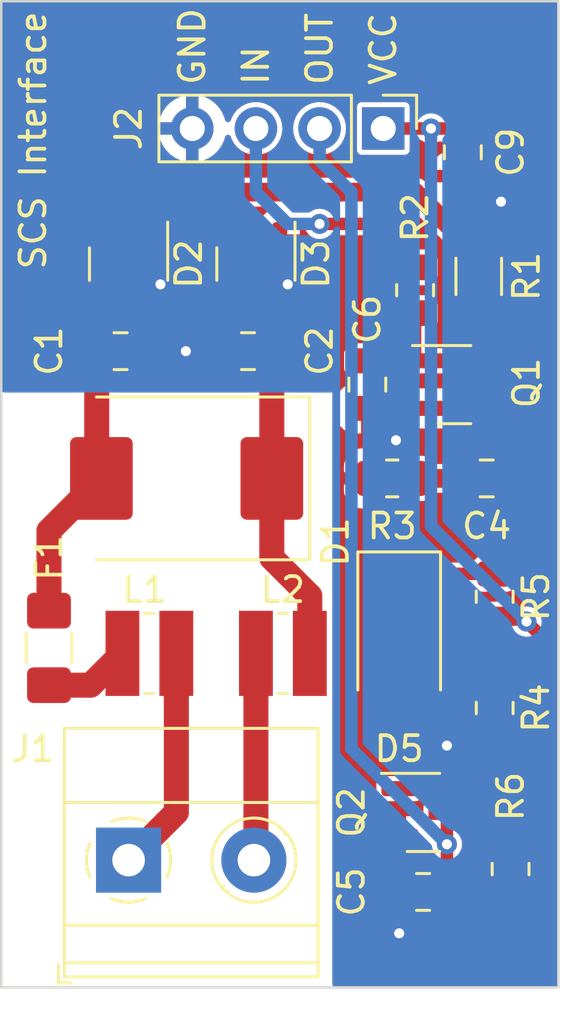
<source format=kicad_pcb>
(kicad_pcb (version 20221018) (generator pcbnew)
  (layers (0 "F.Cu" signal) (31 "B.Cu" signal) (34 "B.Paste" user) (35 "F.Paste" user) (36 "B.SilkS" user "B.Silkscreen") (37 "F.SilkS" user "F.Silkscreen") (38 "B.Mask" user) (39 "F.Mask" user) (44 "Edge.Cuts" user))
  (net 0 "")
  (net 1 "Net-(D1-A2)")
  (net 2 "GND")
  (net 3 "Net-(D1-A1)")
  (net 4 "SCS_BUS_CC")
  (net 5 "Net-(D5-K)")
  (net 6 "SCS_OUT")
  (net 7 "Net-(Q1-B)")
  (net 8 "+3V3")
  (net 9 "Net-(F1-Pad1)")
  (net 10 "Net-(J1-Pin_1)")
  (net 11 "Net-(J1-Pin_2)")
  (net 12 "SCS_IN")
  (net 13 "Net-(Q1-C)")
  (net 14 "Net-(Q2-B)")
  (footprint "Resistor_SMD:R_0805_2012Metric" (layer "F.Cu") (at 159.1075 53.34 180)
    (fp_text reference "R3" (at 0 -1.905) (layer "F.SilkS"))
    (fp_text value "56k")
    (fp_line (start -0.227064 -0.735) (end 0.227064 -0.735) (stroke (width 0.12)) (layer "F.SilkS"))
    (fp_line (start -0.227064 0.735) (end 0.227064 0.735) (stroke (width 0.12)) (layer "F.SilkS"))
    (pad "1" smd roundrect (at -0.9125 0 180) (size 1.025 1.4) (layers "F.Cu" "F.Paste" "F.Mask") (roundrect_rratio 0.243902) (net 4 "SCS_BUS_CC"))
    (pad "2" smd roundrect (at 0.9125 0 180) (size 1.025 1.4) (layers "F.Cu" "F.Paste" "F.Mask") (roundrect_rratio 0.243902) (net 2 "GND"))
  )
  (footprint "Capacitor_SMD:C_0805_2012Metric" (layer "F.Cu") (at 153.355 48.26)
    (fp_text reference "C2" (at 2.855 0 90) (layer "F.SilkS"))
    (fp_text value "30p")
    (fp_line (start -0.261252 -0.735) (end 0.261252 -0.735) (stroke (width 0.12)) (layer "F.SilkS"))
    (fp_line (start -0.261252 0.735) (end 0.261252 0.735) (stroke (width 0.12)) (layer "F.SilkS"))
    (pad "1" smd roundrect (at -0.95 0) (size 1 1.45) (layers "F.Cu" "F.Paste" "F.Mask") (net 2 "GND"))
    (pad "2" smd roundrect (at 0.95 0) (size 1 1.45) (layers "F.Cu" "F.Paste" "F.Mask") (net 3 "Net-(D1-A1)"))
  )
  (footprint "Inductor_SMD:L_Wuerth_MAPI-3020" (layer "F.Cu") (at 154.745 60.325)
    (fp_text reference "L2" (at 0 -2.54) (layer "F.SilkS"))
    (fp_text value "4.3µ")
    (fp_line (start -0.2 -1.6) (end 0.2 -1.6) (stroke (width 0.12)) (layer "F.SilkS"))
    (fp_line (start -0.2 1.6) (end 0.2 1.6) (stroke (width 0.12)) (layer "F.SilkS"))
    (pad "1" smd rect (at -1.075 0) (size 1.35 3.4) (layers "F.Cu" "F.Paste" "F.Mask") (net 11 "Net-(J1-Pin_2)"))
    (pad "2" smd rect (at 1.075 0) (size 1.35 3.4) (layers "F.Cu" "F.Paste" "F.Mask") (net 3 "Net-(D1-A1)"))
  )
  (footprint "Package_TO_SOT_SMD:SOT-23" (layer "F.Cu") (at 160.3525 66.675)
    (fp_text reference "Q2" (at -2.8725 0 90) (layer "F.SilkS"))
    (fp_text value "MMBTA06")
    (fp_line (start 0 -1.56) (end -1.675 -1.56) (stroke (width 0.12)) (layer "F.SilkS"))
    (fp_line (start 0 -1.56) (end 0.65 -1.56) (stroke (width 0.12)) (layer "F.SilkS"))
    (fp_line (start 0 1.56) (end -0.65 1.56) (stroke (width 0.12)) (layer "F.SilkS"))
    (fp_line (start 0 1.56) (end 0.65 1.56) (stroke (width 0.12)) (layer "F.SilkS"))
    (pad "1" smd roundrect (at -0.9375 -0.95) (size 1.475 0.6) (layers "F.Cu" "F.Paste" "F.Mask") (net 14 "Net-(Q2-B)"))
    (pad "2" smd roundrect (at -0.9375 0.95) (size 1.475 0.6) (layers "F.Cu" "F.Paste" "F.Mask") (net 2 "GND"))
    (pad "3" smd roundrect (at 0.9375 0) (size 1.475 0.6) (layers "F.Cu" "F.Paste" "F.Mask") (net 6 "SCS_OUT"))
  )
  (footprint "Package_TO_SOT_SMD:SOT-23" (layer "F.Cu") (at 161.5925 49.595)
    (fp_text reference "Q1" (at 2.8725 -0.065 90) (layer "F.SilkS"))
    (fp_text value "MMBTA06")
    (fp_line (start 0 -1.56) (end -1.675 -1.56) (stroke (width 0.12)) (layer "F.SilkS"))
    (fp_line (start 0 -1.56) (end 0.65 -1.56) (stroke (width 0.12)) (layer "F.SilkS"))
    (fp_line (start 0 1.56) (end -0.65 1.56) (stroke (width 0.12)) (layer "F.SilkS"))
    (fp_line (start 0 1.56) (end 0.65 1.56) (stroke (width 0.12)) (layer "F.SilkS"))
    (pad "1" smd roundrect (at -0.9375 -0.95) (size 1.475 0.6) (layers "F.Cu" "F.Paste" "F.Mask") (net 7 "Net-(Q1-B)"))
    (pad "2" smd roundrect (at -0.9375 0.95) (size 1.475 0.6) (layers "F.Cu" "F.Paste" "F.Mask") (net 2 "GND"))
    (pad "3" smd roundrect (at 0.9375 0) (size 1.475 0.6) (layers "F.Cu" "F.Paste" "F.Mask") (net 13 "Net-(Q1-C)"))
  )
  (footprint "Resistor_SMD:R_0805_2012Metric" (layer "F.Cu") (at 163.83 68.9375 90)
    (fp_text reference "R6" (at 2.8975 0 90) (layer "F.SilkS"))
    (fp_text value "10k")
    (fp_line (start -0.227064 -0.735) (end 0.227064 -0.735) (stroke (width 0.12)) (layer "F.SilkS"))
    (fp_line (start -0.227064 0.735) (end 0.227064 0.735) (stroke (width 0.12)) (layer "F.SilkS"))
    (pad "1" smd roundrect (at -0.9125 0 90) (size 1.025 1.4) (layers "F.Cu" "F.Paste" "F.Mask") (roundrect_rratio 0.243902) (net 6 "SCS_OUT"))
    (pad "2" smd roundrect (at 0.9125 0 90) (size 1.025 1.4) (layers "F.Cu" "F.Paste" "F.Mask") (roundrect_rratio 0.243902) (net 8 "+3V3"))
  )
  (footprint "TerminalBlock_Phoenix:TerminalBlock_Phoenix_MKDS-1,5-2_1x02_P5.00mm_Horizontal" (layer "F.Cu") (at 148.59 68.58)
    (fp_text reference "J1" (at -3.81 -4.445) (layer "F.SilkS"))
    (fp_text value "SCS")
    (fp_line (start -2.8 4.16) (end -2.8 4.9) (stroke (width 0.12)) (layer "F.SilkS"))
    (fp_line (start -2.8 4.9) (end -2.3 4.9) (stroke (width 0.12)) (layer "F.SilkS"))
    (fp_line (start -2.56 -5.261) (end -2.56 4.66) (stroke (width 0.12)) (layer "F.SilkS"))
    (fp_line (start -2.56 -5.261) (end 7.56 -5.261) (stroke (width 0.12)) (layer "F.SilkS"))
    (fp_line (start -2.56 -2.301) (end 7.56 -2.301) (stroke (width 0.12)) (layer "F.SilkS"))
    (fp_line (start -2.56 2.6) (end 7.56 2.6) (stroke (width 0.12)) (layer "F.SilkS"))
    (fp_line (start -2.56 4.1) (end 7.56 4.1) (stroke (width 0.12)) (layer "F.SilkS"))
    (fp_line (start -2.56 4.66) (end 7.56 4.66) (stroke (width 0.12)) (layer "F.SilkS"))
    (fp_line (start 3.773 1.023) (end 3.726 1.069) (stroke (width 0.12)) (layer "F.SilkS"))
    (fp_line (start 3.966 1.239) (end 3.931 1.274) (stroke (width 0.12)) (layer "F.SilkS"))
    (fp_line (start 6.07 -1.275) (end 6.035 -1.239) (stroke (width 0.12)) (layer "F.SilkS"))
    (fp_line (start 6.275 -1.069) (end 6.228 -1.023) (stroke (width 0.12)) (layer "F.SilkS"))
    (fp_line (start 7.56 -5.261) (end 7.56 4.66) (stroke (width 0.12)) (layer "F.SilkS"))
    (fp_arc (start -1.535427 0.683042) (mid -1.680501 -0.000524) (end -1.535 -0.684) (stroke (width 0.12)) (layer "F.SilkS"))
    (fp_arc (start -0.683042 -1.535427) (mid 0.000524 -1.680501) (end 0.684 -1.535) (stroke (width 0.12)) (layer "F.SilkS"))
    (fp_arc (start 0.028805 1.680253) (mid -0.335551 1.646659) (end -0.684 1.535) (stroke (width 0.12)) (layer "F.SilkS"))
    (fp_arc (start 0.683318 1.534756) (mid 0.349292 1.643288) (end 0 1.68) (stroke (width 0.12)) (layer "F.SilkS"))
    (fp_arc (start 1.535427 -0.683042) (mid 1.680501 0.000524) (end 1.535 0.684) (stroke (width 0.12)) (layer "F.SilkS"))
    (fp_circle (center 5 0) (end 6.68 0) (stroke (width 0.12)) (fill none) (layer "F.SilkS"))
    (pad "1" thru_hole rect (at 0 0) (size 2.6 2.6) (drill 1.3) (layers "*.Cu" "*.Mask") (net 10 "Net-(J1-Pin_1)"))
    (pad "2" thru_hole circle (at 5 0) (size 2.6 2.6) (drill 1.3) (layers "*.Cu" "*.Mask") (net 11 "Net-(J1-Pin_2)"))
  )
  (footprint "Capacitor_SMD:C_0805_2012Metric" (layer "F.Cu") (at 162.875 53.34)
    (fp_text reference "C4" (at 0 1.905) (layer "F.SilkS"))
    (fp_text value "100n")
    (fp_line (start -0.261252 -0.735) (end 0.261252 -0.735) (stroke (width 0.12)) (layer "F.SilkS"))
    (fp_line (start -0.261252 0.735) (end 0.261252 0.735) (stroke (width 0.12)) (layer "F.SilkS"))
    (pad "1" smd roundrect (at -0.95 0) (size 1 1.45) (layers "F.Cu" "F.Paste" "F.Mask") (net 4 "SCS_BUS_CC"))
    (pad "2" smd roundrect (at 0.95 0) (size 1 1.45) (layers "F.Cu" "F.Paste" "F.Mask") (net 5 "Net-(D5-K)"))
  )
  (footprint "Capacitor_SMD:C_0805_2012Metric" (layer "F.Cu") (at 148.27 48.26)
    (fp_text reference "C1" (at -2.855 0 90) (layer "F.SilkS"))
    (fp_text value "30p")
    (fp_line (start -0.261252 -0.735) (end 0.261252 -0.735) (stroke (width 0.12)) (layer "F.SilkS"))
    (fp_line (start -0.261252 0.735) (end 0.261252 0.735) (stroke (width 0.12)) (layer "F.SilkS"))
    (pad "1" smd roundrect (at -0.95 0) (size 1 1.45) (layers "F.Cu" "F.Paste" "F.Mask") (net 1 "Net-(D1-A2)"))
    (pad "2" smd roundrect (at 0.95 0) (size 1 1.45) (layers "F.Cu" "F.Paste" "F.Mask") (net 2 "GND"))
  )
  (footprint "Capacitor_SMD:C_0805_2012Metric" (layer "F.Cu") (at 161.925 40.32 90)
    (fp_text reference "C9" (at 0 1.905 90) (layer "F.SilkS"))
    (fp_text value "22µ")
    (fp_line (start -0.261252 -0.735) (end 0.261252 -0.735) (stroke (width 0.12)) (layer "F.SilkS"))
    (fp_line (start -0.261252 0.735) (end 0.261252 0.735) (stroke (width 0.12)) (layer "F.SilkS"))
    (pad "1" smd roundrect (at -0.95 0 90) (size 1 1.45) (layers "F.Cu" "F.Paste" "F.Mask") (net 2 "GND"))
    (pad "2" smd roundrect (at 0.95 0 90) (size 1 1.45) (layers "F.Cu" "F.Paste" "F.Mask") (net 8 "+3V3"))
  )
  (footprint "Connector_PinHeader_2.54mm:PinHeader_1x04_P2.54mm_Vertical" (layer "F.Cu") (at 158.75 39.37 -90)
    (fp_text reference "J2" (at 0 10.16 90) (layer "F.SilkS"))
    (fp_text value "Conn_01x04")
    (fp_line (start -1.33 -1.33) (end 0 -1.33) (stroke (width 0.12)) (layer "F.SilkS"))
    (fp_line (start -1.33 0) (end -1.33 -1.33) (stroke (width 0.12)) (layer "F.SilkS"))
    (fp_line (start -1.33 1.27) (end -1.33 8.95) (stroke (width 0.12)) (layer "F.SilkS"))
    (fp_line (start -1.33 1.27) (end 1.33 1.27) (stroke (width 0.12)) (layer "F.SilkS"))
    (fp_line (start -1.33 8.95) (end 1.33 8.95) (stroke (width 0.12)) (layer "F.SilkS"))
    (fp_line (start 1.33 1.27) (end 1.33 8.95) (stroke (width 0.12)) (layer "F.SilkS"))
    (pad "1" thru_hole rect (at 0 0 270) (size 1.7 1.7) (drill 1) (layers "*.Cu" "*.Mask") (net 8 "+3V3"))
    (pad "2" thru_hole oval (at 0 2.54 270) (size 1.7 1.7) (drill 1) (layers "*.Cu" "*.Mask") (net 6 "SCS_OUT"))
    (pad "3" thru_hole oval (at 0 5.08 270) (size 1.7 1.7) (drill 1) (layers "*.Cu" "*.Mask") (net 12 "SCS_IN"))
    (pad "4" thru_hole oval (at 0 7.62 270) (size 1.7 1.7) (drill 1) (layers "*.Cu" "*.Mask") (net 2 "GND"))
  )
  (footprint "Resistor_SMD:R_1206_3216Metric" (layer "F.Cu") (at 162.56 45.2775 -90)
    (fp_text reference "R1" (at 0 -1.905 90) (layer "F.SilkS"))
    (fp_text value "100 1/4W")
    (fp_line (start -0.727064 -0.91) (end 0.727064 -0.91) (stroke (width 0.12)) (layer "F.SilkS"))
    (fp_line (start -0.727064 0.91) (end 0.727064 0.91) (stroke (width 0.12)) (layer "F.SilkS"))
    (pad "1" smd roundrect (at -1.4625 0 270) (size 1.125 1.75) (layers "F.Cu" "F.Paste" "F.Mask") (roundrect_rratio 0.222222) (net 4 "SCS_BUS_CC"))
    (pad "2" smd roundrect (at 1.4625 0 270) (size 1.125 1.75) (layers "F.Cu" "F.Paste" "F.Mask") (roundrect_rratio 0.222222) (net 13 "Net-(Q1-C)"))
  )
  (footprint "Resistor_SMD:R_0805_2012Metric" (layer "F.Cu") (at 160.02 45.8275 -90)
    (fp_text reference "R2" (at -2.8975 0 90) (layer "F.SilkS"))
    (fp_text value "1k")
    (fp_line (start -0.227064 -0.735) (end 0.227064 -0.735) (stroke (width 0.12)) (layer "F.SilkS"))
    (fp_line (start -0.227064 0.735) (end 0.227064 0.735) (stroke (width 0.12)) (layer "F.SilkS"))
    (pad "1" smd roundrect (at -0.9125 0 270) (size 1.025 1.4) (layers "F.Cu" "F.Paste" "F.Mask") (roundrect_rratio 0.243902) (net 12 "SCS_IN"))
    (pad "2" smd roundrect (at 0.9125 0 270) (size 1.025 1.4) (layers "F.Cu" "F.Paste" "F.Mask") (roundrect_rratio 0.243902) (net 7 "Net-(Q1-B)"))
  )
  (footprint "Diode_SMD:D_SMA" (layer "F.Cu") (at 159.385 59.785 -90)
    (fp_text reference "D5" (at 4.35 0 -180) (layer "F.SilkS"))
    (fp_text value "M2")
    (fp_line (start -3.51 -1.65) (end -3.51 1.65) (stroke (width 0.12)) (layer "F.SilkS"))
    (fp_line (start -3.51 -1.65) (end 2 -1.65) (stroke (width 0.12)) (layer "F.SilkS"))
    (fp_line (start -3.51 1.65) (end 2 1.65) (stroke (width 0.12)) (layer "F.SilkS"))
    (pad "1" smd roundrect (at -2 0 270) (size 2.5 1.8) (layers "F.Cu" "F.Paste" "F.Mask") (roundrect_rratio 0.1388888889) (net 5 "Net-(D5-K)"))
    (pad "2" smd roundrect (at 2 0 270) (size 2.5 1.8) (layers "F.Cu" "F.Paste" "F.Mask") (roundrect_rratio 0.1388888889) (net 2 "GND"))
  )
  (footprint "Resistor_SMD:R_0805_2012Metric" (layer "F.Cu") (at 163.195 58.0625 -90)
    (fp_text reference "R5" (at 0 -1.65 90) (layer "F.SilkS"))
    (fp_text value "10k")
    (fp_line (start -0.227064 -0.735) (end 0.227064 -0.735) (stroke (width 0.12)) (layer "F.SilkS"))
    (fp_line (start -0.227064 0.735) (end 0.227064 0.735) (stroke (width 0.12)) (layer "F.SilkS"))
    (pad "1" smd roundrect (at -0.9125 0 270) (size 1.025 1.4) (layers "F.Cu" "F.Paste" "F.Mask") (roundrect_rratio 0.243902) (net 5 "Net-(D5-K)"))
    (pad "2" smd roundrect (at 0.9125 0 270) (size 1.025 1.4) (layers "F.Cu" "F.Paste" "F.Mask") (roundrect_rratio 0.243902) (net 8 "+3V3"))
  )
  (footprint "Package_TO_SOT_SMD:SOT-23" (layer "F.Cu") (at 153.67 44.7825 -90)
    (fp_text reference "D3" (at 0 -2.4 90) (layer "F.SilkS"))
    (fp_text value "BAS31")
    (fp_line (start 0 -1.56) (end -1.675 -1.56) (stroke (width 0.12)) (layer "F.SilkS"))
    (fp_line (start 0 -1.56) (end 0.65 -1.56) (stroke (width 0.12)) (layer "F.SilkS"))
    (fp_line (start 0 1.56) (end -0.65 1.56) (stroke (width 0.12)) (layer "F.SilkS"))
    (fp_line (start 0 1.56) (end 0.65 1.56) (stroke (width 0.12)) (layer "F.SilkS"))
    (pad "1" smd roundrect (at -0.9375 -0.95 270) (size 1.475 0.6) (layers "F.Cu" "F.Paste" "F.Mask") (net 2 "GND"))
    (pad "2" smd roundrect (at -0.9375 0.95 270) (size 1.475 0.6) (layers "F.Cu" "F.Paste" "F.Mask") (net 4 "SCS_BUS_CC"))
    (pad "3" smd roundrect (at 0.9375 0 270) (size 1.475 0.6) (layers "F.Cu" "F.Paste" "F.Mask") (net 3 "Net-(D1-A1)"))
  )
  (footprint "Inductor_SMD:L_Wuerth_MAPI-3020" (layer "F.Cu") (at 149.42 60.325 180)
    (fp_text reference "L1" (at 0.195 2.54) (layer "F.SilkS"))
    (fp_text value "4.3µ")
    (fp_line (start -0.2 -1.6) (end 0.2 -1.6) (stroke (width 0.12)) (layer "F.SilkS"))
    (fp_line (start -0.2 1.6) (end 0.2 1.6) (stroke (width 0.12)) (layer "F.SilkS"))
    (pad "1" smd rect (at -1.075 0 180) (size 1.35 3.4) (layers "F.Cu" "F.Paste" "F.Mask") (net 10 "Net-(J1-Pin_1)"))
    (pad "2" smd rect (at 1.075 0 180) (size 1.35 3.4) (layers "F.Cu" "F.Paste" "F.Mask") (net 9 "Net-(F1-Pad1)"))
  )
  (footprint "Capacitor_SMD:C_0805_2012Metric" (layer "F.Cu") (at 158.115 49.595 90)
    (fp_text reference "C6" (at 2.605 0 90) (layer "F.SilkS"))
    (fp_text value "1n")
    (fp_line (start -0.261252 -0.735) (end 0.261252 -0.735) (stroke (width 0.12)) (layer "F.SilkS"))
    (fp_line (start -0.261252 0.735) (end 0.261252 0.735) (stroke (width 0.12)) (layer "F.SilkS"))
    (pad "1" smd roundrect (at -0.95 0 90) (size 1 1.45) (layers "F.Cu" "F.Paste" "F.Mask") (net 2 "GND"))
    (pad "2" smd roundrect (at 0.95 0 90) (size 1 1.45) (layers "F.Cu" "F.Paste" "F.Mask") (net 7 "Net-(Q1-B)"))
  )
  (footprint "Diode_SMD:D_SMC" (layer "F.Cu") (at 150.905 53.34 180)
    (fp_text reference "D1" (at -5.94 -2.54 90) (layer "F.SilkS"))
    (fp_text value "TPSMC33A")
    (fp_line (start -4.91 -3.25) (end 3.6 -3.25) (stroke (width 0.12)) (layer "F.SilkS"))
    (fp_line (start -4.91 3.25) (end -4.91 -3.25) (stroke (width 0.12)) (layer "F.SilkS"))
    (fp_line (start -4.91 3.25) (end 3.6 3.25) (stroke (width 0.12)) (layer "F.SilkS"))
    (pad "1" smd roundrect (at -3.4 0 270) (size 3.3 2.5) (layers "F.Cu" "F.Paste" "F.Mask") (roundrect_rratio 0.1) (net 3 "Net-(D1-A1)"))
    (pad "2" smd roundrect (at 3.4 0 270) (size 3.3 2.5) (layers "F.Cu" "F.Paste" "F.Mask") (roundrect_rratio 0.1) (net 1 "Net-(D1-A2)"))
  )
  (footprint "Package_TO_SOT_SMD:SOT-23" (layer "F.Cu") (at 148.59 44.7825 -90)
    (fp_text reference "D2" (at 0 -2.4 90) (layer "F.SilkS"))
    (fp_text value "BAS31")
    (fp_line (start 0 -1.56) (end -1.675 -1.56) (stroke (width 0.12)) (layer "F.SilkS"))
    (fp_line (start 0 -1.56) (end 0.65 -1.56) (stroke (width 0.12)) (layer "F.SilkS"))
    (fp_line (start 0 1.56) (end -0.65 1.56) (stroke (width 0.12)) (layer "F.SilkS"))
    (fp_line (start 0 1.56) (end 0.65 1.56) (stroke (width 0.12)) (layer "F.SilkS"))
    (pad "1" smd roundrect (at -0.9375 -0.95 270) (size 1.475 0.6) (layers "F.Cu" "F.Paste" "F.Mask") (net 2 "GND"))
    (pad "2" smd roundrect (at -0.9375 0.95 270) (size 1.475 0.6) (layers "F.Cu" "F.Paste" "F.Mask") (net 4 "SCS_BUS_CC"))
    (pad "3" smd roundrect (at 0.9375 0 270) (size 1.475 0.6) (layers "F.Cu" "F.Paste" "F.Mask") (net 1 "Net-(D1-A2)"))
  )
  (footprint "Fuse:Fuse_1206_3216Metric_Pad1.42x1.75mm_HandSolder" (layer "F.Cu") (at 145.415 60.1075 90)
    (fp_text reference "F1" (at 3.5925 0 90) (layer "F.SilkS"))
    (fp_text value "1A")
    (fp_line (start -0.602064 -0.91) (end 0.602064 -0.91) (stroke (width 0.12)) (layer "F.SilkS"))
    (fp_line (start -0.602064 0.91) (end 0.602064 0.91) (stroke (width 0.12)) (layer "F.SilkS"))
    (pad "1" smd roundrect (at -1.4875 0 90) (size 1.425 1.75) (layers "F.Cu" "F.Paste" "F.Mask") (roundrect_rratio 0.175439) (net 9 "Net-(F1-Pad1)"))
    (pad "2" smd roundrect (at 1.4875 0 90) (size 1.425 1.75) (layers "F.Cu" "F.Paste" "F.Mask") (roundrect_rratio 0.175439) (net 1 "Net-(D1-A2)"))
  )
  (footprint "Resistor_SMD:R_0805_2012Metric" (layer "F.Cu") (at 163.195 62.5075 -90)
    (fp_text reference "R4" (at 0 -1.65 90) (layer "F.SilkS"))
    (fp_text value "100k")
    (fp_line (start -0.227064 -0.735) (end 0.227064 -0.735) (stroke (width 0.12)) (layer "F.SilkS"))
    (fp_line (start -0.227064 0.735) (end 0.227064 0.735) (stroke (width 0.12)) (layer "F.SilkS"))
    (pad "1" smd roundrect (at -0.9125 0 270) (size 1.025 1.4) (layers "F.Cu" "F.Paste" "F.Mask") (roundrect_rratio 0.243902) (net 5 "Net-(D5-K)"))
    (pad "2" smd roundrect (at 0.9125 0 270) (size 1.025 1.4) (layers "F.Cu" "F.Paste" "F.Mask") (roundrect_rratio 0.243902) (net 14 "Net-(Q2-B)"))
  )
  (footprint "Capacitor_SMD:C_0805_2012Metric" (layer "F.Cu") (at 160.34 69.85)
    (fp_text reference "C5" (at -2.86 0 90) (layer "F.SilkS"))
    (fp_text value "1n")
    (fp_line (start -0.261252 -0.735) (end 0.261252 -0.735) (stroke (width 0.12)) (layer "F.SilkS"))
    (fp_line (start -0.261252 0.735) (end 0.261252 0.735) (stroke (width 0.12)) (layer "F.SilkS"))
    (pad "1" smd roundrect (at -0.95 0) (size 1 1.45) (layers "F.Cu" "F.Paste" "F.Mask") (net 2 "GND"))
    (pad "2" smd roundrect (at 0.95 0) (size 1 1.45) (layers "F.Cu" "F.Paste" "F.Mask") (net 6 "SCS_OUT"))
  )
  (gr_rect (start 143.51 34.29) (end 165.735 73.66) (stroke (width 0.1)) (fill none) (layer "Edge.Cuts"))
  (gr_text "IN" (at 153.67 37.719 90) (layer "F.SilkS") (effects (font (size 1 1)) (justify left)))
  (gr_text "GND" (at 151.13 37.719 90) (layer "F.SilkS") (effects (font (size 1 1)) (justify left)))
  (gr_text "VCC" (at 158.75 37.719 90) (layer "F.SilkS") (effects (font (size 1 1)) (justify left)))
  (gr_text "OUT" (at 156.21 37.719 90) (layer "F.SilkS") (effects (font (size 1 1)) (justify left)))
  (gr_text "SCS Interface" (at 144.78 45.085 90) (layer "F.SilkS") (effects (font (size 1 1)) (justify left)))
  (segment (start 147.32 47.625) (end 147.32 48.26) (width 0.75) (layer "F.Cu") (net 1))
  (segment (start 148.59 46.355) (end 147.32 47.625) (width 0.75) (layer "F.Cu") (net 1))
  (segment (start 147.32 48.26) (end 147.32 53.155) (width 1) (layer "F.Cu") (net 1))
  (segment (start 145.415 58.62) (end 145.415 55.43) (width 1) (layer "F.Cu") (net 1))
  (segment (start 145.415 55.43) (end 147.505 53.34) (width 1) (layer "F.Cu") (net 1))
  (segment (start 148.59 45.72) (end 148.59 46.355) (width 0.75) (layer "F.Cu") (net 1))
  (segment (start 147.32 53.155) (end 147.505 53.34) (width 1) (layer "F.Cu") (net 1))
  (via (at 154.94 45.593) (size 0.8) (drill 0.4) (layers "F.Cu" "B.Cu") (net 2))
  (via (at 150.876 48.26) (size 0.8) (drill 0.4) (layers "F.Cu" "B.Cu") (net 2))
  (via (at 159.258 51.816) (size 0.8) (drill 0.4) (layers "F.Cu" "B.Cu") (net 2))
  (via (at 161.29 64.008) (size 0.8) (drill 0.4) (layers "F.Cu" "B.Cu") (net 2))
  (via (at 149.86 45.593) (size 0.8) (drill 0.4) (layers "F.Cu" "B.Cu") (net 2))
  (via (at 159.385 71.501) (size 0.8) (drill 0.4) (layers "F.Cu" "B.Cu") (net 2))
  (via (at 163.449 42.291) (size 0.8) (drill 0.4) (layers "F.Cu" "B.Cu") (net 2))
  (segment (start 153.67 46.355) (end 154.305 46.99) (width 0.75) (layer "F.Cu") (net 3))
  (segment (start 155.82 58.03) (end 154.305 56.515) (width 1) (layer "F.Cu") (net 3))
  (segment (start 154.305 56.515) (end 154.305 53.34) (width 1) (layer "F.Cu") (net 3))
  (segment (start 154.305 53.34) (end 154.305 48.26) (width 1) (layer "F.Cu") (net 3))
  (segment (start 155.82 60.325) (end 155.82 58.03) (width 1) (layer "F.Cu") (net 3))
  (segment (start 154.305 46.99) (end 154.305 48.26) (width 0.75) (layer "F.Cu") (net 3))
  (segment (start 153.67 45.72) (end 153.67 46.355) (width 0.75) (layer "F.Cu") (net 3))
  (segment (start 164.465 50.165) (end 161.925 52.705) (width 0.75) (layer "F.Cu") (net 4))
  (segment (start 161.925 43.815) (end 162.56 43.815) (width 0.75) (layer "F.Cu") (net 4))
  (segment (start 152.72 42.225) (end 153.035 41.91) (width 0.75) (layer "F.Cu") (net 4))
  (segment (start 162.56 43.815) (end 163.83 43.815) (width 0.75) (layer "F.Cu") (net 4))
  (segment (start 164.465 44.45) (end 164.465 50.165) (width 0.75) (layer "F.Cu") (net 4))
  (segment (start 160.02 41.91) (end 161.925 43.815) (width 0.75) (layer "F.Cu") (net 4))
  (segment (start 152.72 43.845) (end 152.72 42.225) (width 0.75) (layer "F.Cu") (net 4))
  (segment (start 148.59 41.91) (end 153.035 41.91) (width 0.75) (layer "F.Cu") (net 4))
  (segment (start 147.64 42.86) (end 148.59 41.91) (width 0.75) (layer "F.Cu") (net 4))
  (segment (start 163.83 43.815) (end 164.465 44.45) (width 0.75) (layer "F.Cu") (net 4))
  (segment (start 161.925 52.705) (end 161.925 53.34) (width 0.75) (layer "F.Cu") (net 4))
  (segment (start 161.925 53.34) (end 160.02 53.34) (width 0.75) (layer "F.Cu") (net 4))
  (segment (start 153.035 41.91) (end 160.02 41.91) (width 0.75) (layer "F.Cu") (net 4))
  (segment (start 147.64 43.845) (end 147.64 42.86) (width 0.75) (layer "F.Cu") (net 4))
  (segment (start 163.195 57.15) (end 161.925 57.15) (width 0.5) (layer "F.Cu") (net 5))
  (segment (start 160.02 57.15) (end 159.385 57.785) (width 0.5) (layer "F.Cu") (net 5))
  (segment (start 161.925 61.595) (end 163.195 61.595) (width 0.5) (layer "F.Cu") (net 5))
  (segment (start 161.925 57.15) (end 161.925 61.595) (width 0.5) (layer "F.Cu") (net 5))
  (segment (start 161.925 57.15) (end 160.02 57.15) (width 0.5) (layer "F.Cu") (net 5))
  (segment (start 163.825 53.34) (end 163.825 56.52) (width 0.5) (layer "F.Cu") (net 5))
  (segment (start 163.825 56.52) (end 163.195 57.15) (width 0.5) (layer "F.Cu") (net 5))
  (segment (start 161.29 66.675) (end 161.29 69.85) (width 0.5) (layer "F.Cu") (net 6))
  (segment (start 163.83 69.85) (end 161.29 69.85) (width 0.5) (layer "F.Cu") (net 6))
  (via (at 161.29 67.945) (size 0.8) (drill 0.4) (layers "F.Cu" "B.Cu") (net 6))
  (segment (start 157.48 41.91) (end 157.48 64.135) (width 0.5) (layer "B.Cu") (net 6))
  (segment (start 156.21 40.64) (end 157.48 41.91) (width 0.5) (layer "B.Cu") (net 6))
  (segment (start 157.48 64.135) (end 161.29 67.945) (width 0.5) (layer "B.Cu") (net 6))
  (segment (start 156.21 39.37) (end 156.21 40.64) (width 0.5) (layer "B.Cu") (net 6))
  (segment (start 158.115 48.645) (end 160.02 48.645) (width 0.5) (layer "F.Cu") (net 7))
  (segment (start 160.02 48.645) (end 160.655 48.645) (width 0.5) (layer "F.Cu") (net 7))
  (segment (start 160.02 46.74) (end 160.02 48.645) (width 0.5) (layer "F.Cu") (net 7))
  (segment (start 161.925 39.37) (end 160.655 39.37) (width 0.5) (layer "F.Cu") (net 8))
  (segment (start 165.1 59.69) (end 165.1 66.755) (width 0.5) (layer "F.Cu") (net 8))
  (segment (start 164.385 58.975) (end 164.465 59.055) (width 0.5) (layer "F.Cu") (net 8))
  (segment (start 160.655 39.37) (end 158.75 39.37) (width 0.5) (layer "F.Cu") (net 8))
  (segment (start 163.195 58.975) (end 164.385 58.975) (width 0.5) (layer "F.Cu") (net 8))
  (segment (start 165.1 66.755) (end 163.83 68.025) (width 0.5) (layer "F.Cu") (net 8))
  (segment (start 164.465 59.055) (end 165.1 59.69) (width 0.5) (layer "F.Cu") (net 8))
  (via (at 160.655 39.37) (size 0.8) (drill 0.4) (layers "F.Cu" "B.Cu") (net 8))
  (via (at 164.465 59.055) (size 0.8) (drill 0.4) (layers "F.Cu" "B.Cu") (net 8))
  (segment (start 160.655 55.245) (end 164.465 59.055) (width 0.5) (layer "B.Cu") (net 8))
  (segment (start 160.655 39.37) (end 160.655 55.245) (width 0.5) (layer "B.Cu") (net 8))
  (segment (start 147.075 61.595) (end 148.345 60.325) (width 1) (layer "F.Cu") (net 9))
  (segment (start 145.415 61.595) (end 147.075 61.595) (width 1) (layer "F.Cu") (net 9))
  (segment (start 150.495 66.675) (end 148.59 68.58) (width 1) (layer "F.Cu") (net 10))
  (segment (start 150.495 60.325) (end 150.495 66.675) (width 1) (layer "F.Cu") (net 10))
  (segment (start 153.67 60.325) (end 153.67 68.5) (width 1) (layer "F.Cu") (net 11))
  (segment (start 153.67 68.5) (end 153.59 68.58) (width 1) (layer "F.Cu") (net 11))
  (segment (start 158.285 43.18) (end 156.21 43.18) (width 0.5) (layer "F.Cu") (net 12))
  (segment (start 160.02 44.915) (end 158.285 43.18) (width 0.5) (layer "F.Cu") (net 12))
  (via (at 156.21 43.18) (size 0.8) (drill 0.4) (layers "F.Cu" "B.Cu") (net 12))
  (segment (start 153.67 41.91) (end 154.94 43.18) (width 0.5) (layer "B.Cu") (net 12))
  (segment (start 153.67 39.37) (end 153.67 41.91) (width 0.5) (layer "B.Cu") (net 12))
  (segment (start 154.94 43.18) (end 156.21 43.18) (width 0.5) (layer "B.Cu") (net 12))
  (segment (start 162.56 46.74) (end 162.56 49.565) (width 0.5) (layer "F.Cu") (net 13))
  (segment (start 162.56 49.565) (end 162.53 49.595) (width 0.5) (layer "F.Cu") (net 13))
  (segment (start 161.605 65.725) (end 163.195 64.135) (width 0.5) (layer "F.Cu") (net 14))
  (segment (start 159.415 65.725) (end 161.605 65.725) (width 0.5) (layer "F.Cu") (net 14))
  (segment (start 163.195 64.135) (end 163.195 63.42) (width 0.5) (layer "F.Cu") (net 14))
  (zone (net 2) (net_name "GND") (layers "F&B.Cu") (name "GND") (connect_pads (clearance 0)) (min_thickness 0.25) (fill yes (thermal_gap 0.5) (thermal_bridge_width 0.5))
    (polygon (pts (xy 143.51 34.29) (xy 165.735 34.29) (xy 165.735 73.66) (xy 143.51 73.66)))
  )
  (zone (net 0) (net_name "") (layers "F&B.Cu") (connect_pads (clearance 0)) (min_thickness 0.25)
    (keepout (tracks allowed) (vias allowed) (pads allowed) (copperpour not_allowed) (footprints allowed))
    (fill (thermal_gap 0.5) (thermal_bridge_width 0.5))
    (polygon (pts (xy 143.51 73.66) (xy 143.51 49.911) (xy 156.718 49.911) (xy 156.718 73.66)))
  )
)
</source>
